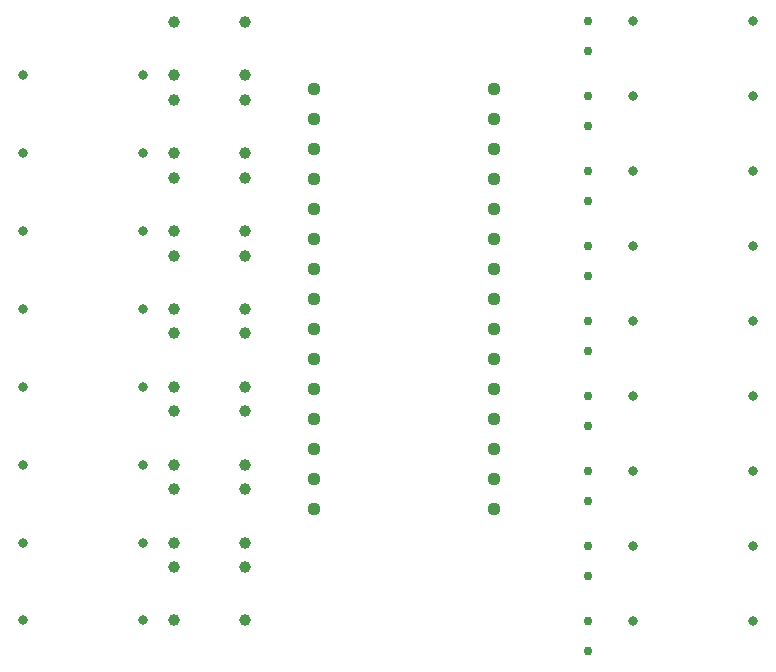
<source format=gbr>
G04 DesignSpark PCB Gerber Version 10.0 Build 5299*
G04 #@! TF.Part,Single*
G04 #@! TF.FilePolarity,Positive*
%FSLAX35Y35*%
%MOIN*%
G04 #@! TA.AperFunction,ComponentDrill*
%ADD23C,0.03000*%
%ADD24C,0.03200*%
%ADD25C,0.03937*%
%ADD22C,0.04370*%
G04 #@! TD.AperFunction*
X0Y0D02*
D02*
D22*
X102962Y57450D03*
Y67450D03*
Y77450D03*
Y87450D03*
Y97450D03*
Y107450D03*
Y117450D03*
Y127450D03*
Y137450D03*
Y147450D03*
Y157450D03*
Y167450D03*
Y177450D03*
Y187450D03*
Y197450D03*
X162962Y57450D03*
Y67450D03*
Y77450D03*
Y87450D03*
Y97450D03*
Y107450D03*
Y117450D03*
Y127450D03*
Y137450D03*
Y147450D03*
Y157450D03*
Y167450D03*
Y177450D03*
Y187450D03*
Y197450D03*
D02*
D23*
X194301Y9950D03*
Y19950D03*
Y34950D03*
Y44950D03*
Y59950D03*
Y69950D03*
Y84950D03*
Y94950D03*
Y109950D03*
Y119950D03*
Y134950D03*
Y144950D03*
Y159950D03*
Y169950D03*
Y184950D03*
Y194950D03*
Y209950D03*
Y219950D03*
D02*
D24*
X6112Y20285D03*
Y46269D03*
Y72254D03*
Y98021D03*
Y124222D03*
Y150206D03*
Y176191D03*
Y202175D03*
X46112Y20285D03*
Y46269D03*
Y72254D03*
Y98021D03*
Y124222D03*
Y150206D03*
Y176191D03*
Y202175D03*
X209301Y19950D03*
Y44950D03*
Y69950D03*
Y94950D03*
Y119950D03*
Y144950D03*
Y169950D03*
Y194950D03*
Y219950D03*
X249301Y19950D03*
Y44950D03*
Y69950D03*
Y94950D03*
Y119950D03*
Y144950D03*
Y169950D03*
Y194950D03*
Y219950D03*
D02*
D25*
X56506Y20285D03*
Y38002D03*
Y46269D03*
Y63986D03*
Y72254D03*
Y89970D03*
Y98238D03*
Y115954D03*
Y124222D03*
Y141939D03*
Y150206D03*
Y167923D03*
Y176191D03*
Y193907D03*
Y202175D03*
Y219891D03*
X80128Y20285D03*
Y38002D03*
Y46269D03*
Y63986D03*
Y72254D03*
Y89970D03*
Y98238D03*
Y115954D03*
Y124222D03*
Y141939D03*
Y150206D03*
Y167923D03*
Y176191D03*
Y193907D03*
Y202175D03*
Y219891D03*
X0Y0D02*
M02*

</source>
